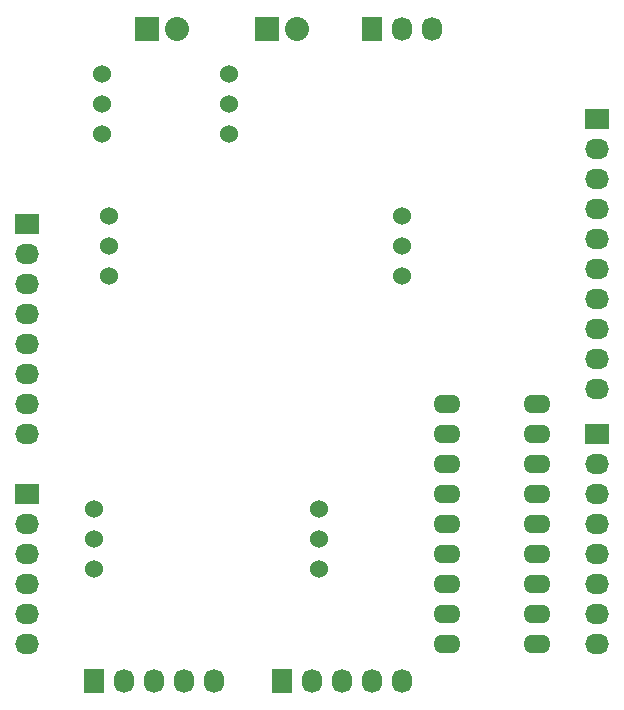
<source format=gbs>
G04 #@! TF.FileFunction,Soldermask,Bot*
%FSLAX45Y45*%
G04 Gerber Fmt 4.5, Leading zero omitted, Abs format (unit mm)*
G04 Created by KiCad (PCBNEW (2015-09-03 BZR 6154)-product) date Saturday, September 05, 2015 'PMt' 10:25:32 PM*
%MOMM*%
G01*
G04 APERTURE LIST*
%ADD10C,0.100000*%
%ADD11R,2.032000X1.727200*%
%ADD12O,2.032000X1.727200*%
%ADD13R,1.727200X2.032000*%
%ADD14O,1.727200X2.032000*%
%ADD15C,1.524000*%
%ADD16R,2.032000X2.032000*%
%ADD17O,2.032000X2.032000*%
%ADD18O,2.300000X1.600000*%
G04 APERTURE END LIST*
D10*
D11*
X18796000Y-12319000D03*
D12*
X18796000Y-12573000D03*
X18796000Y-12827000D03*
X18796000Y-13081000D03*
X18796000Y-13335000D03*
X18796000Y-13589000D03*
D11*
X23622000Y-9144000D03*
D12*
X23622000Y-9398000D03*
X23622000Y-9652000D03*
X23622000Y-9906000D03*
X23622000Y-10160000D03*
X23622000Y-10414000D03*
X23622000Y-10668000D03*
X23622000Y-10922000D03*
X23622000Y-11176000D03*
X23622000Y-11430000D03*
D11*
X23622000Y-11811000D03*
D12*
X23622000Y-12065000D03*
X23622000Y-12319000D03*
X23622000Y-12573000D03*
X23622000Y-12827000D03*
X23622000Y-13081000D03*
X23622000Y-13335000D03*
X23622000Y-13589000D03*
D13*
X19367500Y-13906500D03*
D14*
X19621500Y-13906500D03*
X19875500Y-13906500D03*
X20129500Y-13906500D03*
X20383500Y-13906500D03*
D13*
X20955000Y-13906500D03*
D14*
X21209000Y-13906500D03*
X21463000Y-13906500D03*
X21717000Y-13906500D03*
X21971000Y-13906500D03*
D13*
X21717000Y-8382000D03*
D14*
X21971000Y-8382000D03*
X22225000Y-8382000D03*
D11*
X18796000Y-10033000D03*
D12*
X18796000Y-10287000D03*
X18796000Y-10541000D03*
X18796000Y-10795000D03*
X18796000Y-11049000D03*
X18796000Y-11303000D03*
X18796000Y-11557000D03*
X18796000Y-11811000D03*
D15*
X19431000Y-9017000D03*
X19431000Y-9271000D03*
X19431000Y-8763000D03*
X20510500Y-9017000D03*
X20510500Y-9271000D03*
X20510500Y-8763000D03*
X19367500Y-12700000D03*
X19367500Y-12446000D03*
X19367500Y-12954000D03*
X21272500Y-12700000D03*
X21272500Y-12446000D03*
X21272500Y-12954000D03*
X19494500Y-10223500D03*
X19494500Y-9969500D03*
X19494500Y-10477500D03*
X21971000Y-10223500D03*
X21971000Y-9969500D03*
X21971000Y-10477500D03*
D16*
X19812000Y-8382000D03*
D17*
X20066000Y-8382000D03*
D16*
X20828000Y-8382000D03*
D17*
X21082000Y-8382000D03*
D18*
X22352000Y-11557000D03*
X22352000Y-11811000D03*
X22352000Y-12065000D03*
X22352000Y-12319000D03*
X22352000Y-12573000D03*
X22352000Y-12827000D03*
X22352000Y-13081000D03*
X22352000Y-13335000D03*
X22352000Y-13589000D03*
X23114000Y-13589000D03*
X23114000Y-13335000D03*
X23114000Y-13081000D03*
X23114000Y-12827000D03*
X23114000Y-12573000D03*
X23114000Y-12319000D03*
X23114000Y-12065000D03*
X23114000Y-11811000D03*
X23114000Y-11557000D03*
M02*

</source>
